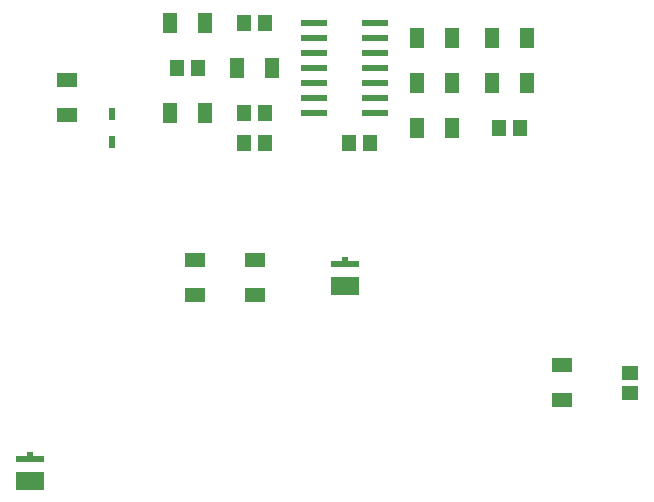
<source format=gbr>
G04 EAGLE Gerber RS-274X export*
G75*
%MOMM*%
%FSLAX34Y34*%
%LPD*%
%INSolderpaste Top*%
%IPPOS*%
%AMOC8*
5,1,8,0,0,1.08239X$1,22.5*%
G01*
G04 Define Apertures*
%ADD10R,1.164600X1.465300*%
%ADD11R,2.200000X0.600000*%
%ADD12R,1.164600X1.815300*%
%ADD13R,1.465300X1.164600*%
%ADD14R,1.815300X1.164600*%
%ADD15R,2.400000X1.600000*%
%ADD16R,2.400000X0.600000*%
%ADD17R,0.500000X0.300000*%
%ADD18R,0.500000X1.100000*%
D10*
X232546Y711200D03*
X250054Y711200D03*
X338954Y609600D03*
X321446Y609600D03*
X175396Y673100D03*
X192904Y673100D03*
X250054Y635000D03*
X232546Y635000D03*
X232546Y609600D03*
X250054Y609600D03*
X448446Y622300D03*
X465954Y622300D03*
D11*
X291500Y698500D03*
X291500Y635000D03*
X291500Y711200D03*
X291500Y685800D03*
X291500Y673100D03*
X343500Y635000D03*
X291500Y647700D03*
X291500Y660400D03*
X343500Y647700D03*
X343500Y660400D03*
X343500Y673100D03*
X343500Y685800D03*
X343500Y698500D03*
X343500Y711200D03*
D12*
X408454Y622300D03*
X378946Y622300D03*
X408454Y698500D03*
X378946Y698500D03*
X256054Y673100D03*
X226546Y673100D03*
X198904Y635000D03*
X169396Y635000D03*
X198904Y711200D03*
X169396Y711200D03*
X378946Y660400D03*
X408454Y660400D03*
X442446Y660400D03*
X471954Y660400D03*
X471954Y698500D03*
X442446Y698500D03*
D13*
X558800Y397646D03*
X558800Y415154D03*
D14*
X501650Y391646D03*
X501650Y421154D03*
D15*
X50800Y323700D03*
D16*
X50800Y341700D03*
D17*
X50800Y346200D03*
D15*
X317500Y488800D03*
D16*
X317500Y506800D03*
D17*
X317500Y511300D03*
D14*
X241300Y510054D03*
X241300Y480546D03*
X190500Y510054D03*
X190500Y480546D03*
D18*
X120650Y634050D03*
X120650Y610550D03*
D14*
X82550Y662454D03*
X82550Y632946D03*
M02*

</source>
